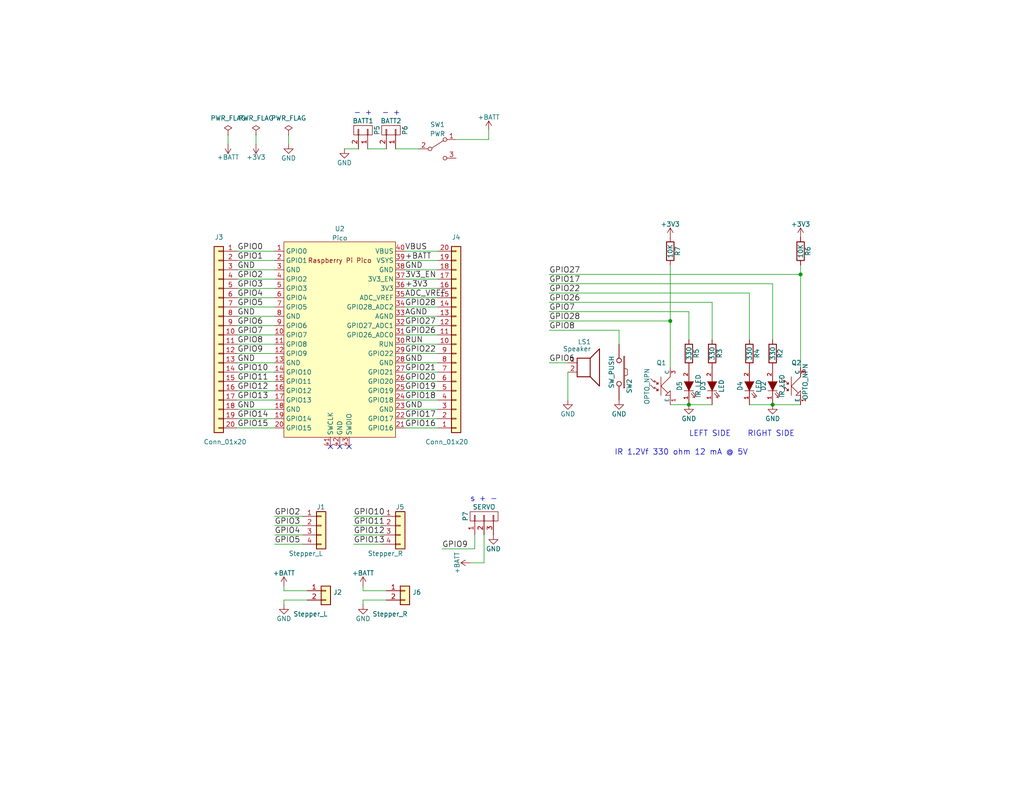
<source format=kicad_sch>
(kicad_sch (version 20211123) (generator eeschema)
  (paper "USLetter")
  (title_block (title "Rpi Pico Robot Base") (date "2023-06-18") (rev "0.0") (company "www.MakersBox.us") (comment 1 "K. Olsen"))
  (lib_symbols
    (symbol "Connector_Generic:Conn_01x02" (pin_names (offset 1.016) hide)
      (property "Reference" "J" (at 0 2.54 0))
      (property "Value" "Conn_01x02" (at 0 -5.08 0))
      (symbol "Conn_01x02_1_1"
        (rectangle (start -1.27 -2.413) (end 0 -2.667) (stroke (width 0.1524)))
        (rectangle (start -1.27 0.127) (end 0 -0.127) (stroke (width 0.1524)))
        (rectangle (start -1.27 1.27) (end 1.27 -3.81) (stroke (width 0.254)) (fill (type background)))
        (pin passive line (at -5.08 0 0) (length 3.81) (name "Pin_1") (number "1"))
        (pin passive line (at -5.08 -2.54 0) (length 3.81) (name "Pin_2") (number "2"))
      )
    )
    (symbol "Connector_Generic:Conn_01x04" (pin_names (offset 1.016) hide)
      (property "Reference" "J" (at 0 5.08 0))
      (property "Value" "Conn_01x04" (at 0 -7.62 0))
      (symbol "Conn_01x04_1_1"
        (rectangle (start -1.27 -4.953) (end 0 -5.207) (stroke (width 0.1524)))
        (rectangle (start -1.27 -2.413) (end 0 -2.667) (stroke (width 0.1524)))
        (rectangle (start -1.27 0.127) (end 0 -0.127) (stroke (width 0.1524)))
        (rectangle (start -1.27 2.667) (end 0 2.413) (stroke (width 0.1524)))
        (rectangle (start -1.27 3.81) (end 1.27 -6.35) (stroke (width 0.254)) (fill (type background)))
        (pin passive line (at -5.08 2.54 0) (length 3.81) (name "Pin_1") (number "1"))
        (pin passive line (at -5.08 0 0) (length 3.81) (name "Pin_2") (number "2"))
        (pin passive line (at -5.08 -2.54 0) (length 3.81) (name "Pin_3") (number "3"))
        (pin passive line (at -5.08 -5.08 0) (length 3.81) (name "Pin_4") (number "4"))
      )
    )
    (symbol "Connector_Generic:Conn_01x20" (pin_names (offset 1.016) hide)
      (property "Reference" "J" (at 0 25.4 0))
      (property "Value" "Conn_01x20" (at 0 -27.94 0))
      (symbol "Conn_01x20_1_1"
        (rectangle (start -1.27 -25.273) (end 0 -25.527) (stroke (width 0.1524)))
        (rectangle (start -1.27 -22.733) (end 0 -22.987) (stroke (width 0.1524)))
        (rectangle (start -1.27 -20.193) (end 0 -20.447) (stroke (width 0.1524)))
        (rectangle (start -1.27 -17.653) (end 0 -17.907) (stroke (width 0.1524)))
        (rectangle (start -1.27 -15.113) (end 0 -15.367) (stroke (width 0.1524)))
        (rectangle (start -1.27 -12.573) (end 0 -12.827) (stroke (width 0.1524)))
        (rectangle (start -1.27 -10.033) (end 0 -10.287) (stroke (width 0.1524)))
        (rectangle (start -1.27 -7.493) (end 0 -7.747) (stroke (width 0.1524)))
        (rectangle (start -1.27 -4.953) (end 0 -5.207) (stroke (width 0.1524)))
        (rectangle (start -1.27 -2.413) (end 0 -2.667) (stroke (width 0.1524)))
        (rectangle (start -1.27 0.127) (end 0 -0.127) (stroke (width 0.1524)))
        (rectangle (start -1.27 2.667) (end 0 2.413) (stroke (width 0.1524)))
        (rectangle (start -1.27 5.207) (end 0 4.953) (stroke (width 0.1524)))
        (rectangle (start -1.27 7.747) (end 0 7.493) (stroke (width 0.1524)))
        (rectangle (start -1.27 10.287) (end 0 10.033) (stroke (width 0.1524)))
        (rectangle (start -1.27 12.827) (end 0 12.573) (stroke (width 0.1524)))
        (rectangle (start -1.27 15.367) (end 0 15.113) (stroke (width 0.1524)))
        (rectangle (start -1.27 17.907) (end 0 17.653) (stroke (width 0.1524)))
        (rectangle (start -1.27 20.447) (end 0 20.193) (stroke (width 0.1524)))
        (rectangle (start -1.27 22.987) (end 0 22.733) (stroke (width 0.1524)))
        (rectangle (start -1.27 24.13) (end 1.27 -26.67) (stroke (width 0.254)) (fill (type background)))
        (pin passive line (at -5.08 22.86 0) (length 3.81) (name "Pin_1") (number "1"))
        (pin passive line (at -5.08 0 0) (length 3.81) (name "Pin_10") (number "10"))
        (pin passive line (at -5.08 -2.54 0) (length 3.81) (name "Pin_11") (number "11"))
        (pin passive line (at -5.08 -5.08 0) (length 3.81) (name "Pin_12") (number "12"))
        (pin passive line (at -5.08 -7.62 0) (length 3.81) (name "Pin_13") (number "13"))
        (pin passive line (at -5.08 -10.16 0) (length 3.81) (name "Pin_14") (number "14"))
        (pin passive line (at -5.08 -12.7 0) (length 3.81) (name "Pin_15") (number "15"))
        (pin passive line (at -5.08 -15.24 0) (length 3.81) (name "Pin_16") (number "16"))
        (pin passive line (at -5.08 -17.78 0) (length 3.81) (name "Pin_17") (number "17"))
        (pin passive line (at -5.08 -20.32 0) (length 3.81) (name "Pin_18") (number "18"))
        (pin passive line (at -5.08 -22.86 0) (length 3.81) (name "Pin_19") (number "19"))
        (pin passive line (at -5.08 20.32 0) (length 3.81) (name "Pin_2") (number "2"))
        (pin passive line (at -5.08 -25.4 0) (length 3.81) (name "Pin_20") (number "20"))
        (pin passive line (at -5.08 17.78 0) (length 3.81) (name "Pin_3") (number "3"))
        (pin passive line (at -5.08 15.24 0) (length 3.81) (name "Pin_4") (number "4"))
        (pin passive line (at -5.08 12.7 0) (length 3.81) (name "Pin_5") (number "5"))
        (pin passive line (at -5.08 10.16 0) (length 3.81) (name "Pin_6") (number "6"))
        (pin passive line (at -5.08 7.62 0) (length 3.81) (name "Pin_7") (number "7"))
        (pin passive line (at -5.08 5.08 0) (length 3.81) (name "Pin_8") (number "8"))
        (pin passive line (at -5.08 2.54 0) (length 3.81) (name "Pin_9") (number "9"))
      )
    )
    (symbol "MCU_RaspberryPi_and_Boards:Pico"
      (property "Reference" "U" (at -13.97 27.94 0))
      (property "Value" "Pico" (at 0 19.05 0))
      (symbol "Pico_0_0"
        (text "Raspberry Pi Pico" (at 0 21.59 0) (effects (font (size 1.27 1.27))))
      )
      (symbol "Pico_0_1"
        (rectangle (start -15.24 26.67) (end 15.24 -26.67) (fill (type background)))
      )
      (symbol "Pico_1_1"
        (pin bidirectional line (at -17.78 24.13 0) (length 2.54) (name "GPIO0") (number "1"))
        (pin bidirectional line (at -17.78 1.27 0) (length 2.54) (name "GPIO7") (number "10"))
        (pin bidirectional line (at -17.78 -1.27 0) (length 2.54) (name "GPIO8") (number "11"))
        (pin bidirectional line (at -17.78 -3.81 0) (length 2.54) (name "GPIO9") (number "12"))
        (pin power_in line (at -17.78 -6.35 0) (length 2.54) (name "GND") (number "13"))
        (pin bidirectional line (at -17.78 -8.89 0) (length 2.54) (name "GPIO10") (number "14"))
        (pin bidirectional line (at -17.78 -11.43 0) (length 2.54) (name "GPIO11") (number "15"))
        (pin bidirectional line (at -17.78 -13.97 0) (length 2.54) (name "GPIO12") (number "16"))
        (pin bidirectional line (at -17.78 -16.51 0) (length 2.54) (name "GPIO13") (number "17"))
        (pin power_in line (at -17.78 -19.05 0) (length 2.54) (name "GND") (number "18"))
        (pin bidirectional line (at -17.78 -21.59 0) (length 2.54) (name "GPIO14") (number "19"))
        (pin bidirectional line (at -17.78 21.59 0) (length 2.54) (name "GPIO1") (number "2"))
        (pin bidirectional line (at -17.78 -24.13 0) (length 2.54) (name "GPIO15") (number "20"))
        (pin bidirectional line (at 17.78 -24.13 180) (length 2.54) (name "GPIO16") (number "21"))
        (pin bidirectional line (at 17.78 -21.59 180) (length 2.54) (name "GPIO17") (number "22"))
        (pin power_in line (at 17.78 -19.05 180) (length 2.54) (name "GND") (number "23"))
        (pin bidirectional line (at 17.78 -16.51 180) (length 2.54) (name "GPIO18") (number "24"))
        (pin bidirectional line (at 17.78 -13.97 180) (length 2.54) (name "GPIO19") (number "25"))
        (pin bidirectional line (at 17.78 -11.43 180) (length 2.54) (name "GPIO20") (number "26"))
        (pin bidirectional line (at 17.78 -8.89 180) (length 2.54) (name "GPIO21") (number "27"))
        (pin power_in line (at 17.78 -6.35 180) (length 2.54) (name "GND") (number "28"))
        (pin bidirectional line (at 17.78 -3.81 180) (length 2.54) (name "GPIO22") (number "29"))
        (pin power_in line (at -17.78 19.05 0) (length 2.54) (name "GND") (number "3"))
        (pin input line (at 17.78 -1.27 180) (length 2.54) (name "RUN") (number "30"))
        (pin bidirectional line (at 17.78 1.27 180) (length 2.54) (name "GPIO26_ADC0") (number "31"))
        (pin bidirectional line (at 17.78 3.81 180) (length 2.54) (name "GPIO27_ADC1") (number "32"))
        (pin power_in line (at 17.78 6.35 180) (length 2.54) (name "AGND") (number "33"))
        (pin bidirectional line (at 17.78 8.89 180) (length 2.54) (name "GPIO28_ADC2") (number "34"))
        (pin power_in line (at 17.78 11.43 180) (length 2.54) (name "ADC_VREF") (number "35"))
        (pin power_in line (at 17.78 13.97 180) (length 2.54) (name "3V3") (number "36"))
        (pin input line (at 17.78 16.51 180) (length 2.54) (name "3V3_EN") (number "37"))
        (pin bidirectional line (at 17.78 19.05 180) (length 2.54) (name "GND") (number "38"))
        (pin power_in line (at 17.78 21.59 180) (length 2.54) (name "VSYS") (number "39"))
        (pin bidirectional line (at -17.78 16.51 0) (length 2.54) (name "GPIO2") (number "4"))
        (pin power_in line (at 17.78 24.13 180) (length 2.54) (name "VBUS") (number "40"))
        (pin input line (at -2.54 -29.21 90) (length 2.54) (name "SWCLK") (number "41"))
        (pin power_in line (at 0 -29.21 90) (length 2.54) (name "GND") (number "42"))
        (pin bidirectional line (at 2.54 -29.21 90) (length 2.54) (name "SWDIO") (number "43"))
        (pin bidirectional line (at -17.78 13.97 0) (length 2.54) (name "GPIO3") (number "5"))
        (pin bidirectional line (at -17.78 11.43 0) (length 2.54) (name "GPIO4") (number "6"))
        (pin bidirectional line (at -17.78 8.89 0) (length 2.54) (name "GPIO5") (number "7"))
        (pin power_in line (at -17.78 6.35 0) (length 2.54) (name "GND") (number "8"))
        (pin bidirectional line (at -17.78 3.81 0) (length 2.54) (name "GPIO6") (number "9"))
      )
    )
    (symbol "Switch:SW_SPDT" (pin_names (offset 0) hide)
      (property "Reference" "SW" (at 0 4.318 0))
      (property "Value" "SW_SPDT" (at 0 -5.08 0))
      (symbol "SW_SPDT_0_0"
        (circle (center -2.032 0) (radius 0.508))
        (circle (center 2.032 -2.54) (radius 0.508))
      )
      (symbol "SW_SPDT_0_1"
        (polyline (pts (xy -1.524 0.254) (xy 1.651 2.286)))
        (circle (center 2.032 2.54) (radius 0.508))
      )
      (symbol "SW_SPDT_1_1"
        (pin passive line (at 5.08 2.54 180) (length 2.54) (name "A") (number "1"))
        (pin passive line (at -5.08 0 0) (length 2.54) (name "B") (number "2"))
        (pin passive line (at 5.08 -2.54 180) (length 2.54) (name "C") (number "3"))
      )
    )
    (symbol "project:+3.3V" (power) (pin_names (offset 0))
      (property "Value" "+3.3V" (at 0 3.556 0))
      (symbol "+3.3V_0_1"
        (polyline (pts (xy -0.762 1.27) (xy 0 2.54)))
        (polyline (pts (xy 0 0) (xy 0 2.54)))
        (polyline (pts (xy 0 2.54) (xy 0.762 1.27)))
      )
      (symbol "+3.3V_1_1"
        (pin power_in line (at 0 0 90) (length 0) hide (name "+3V3") (number "1"))
      )
    )
    (symbol "project:Device_R" (pin_numbers hide) (pin_names (offset 0))
      (property "Reference" "R" (at 2.032 0 90))
      (property "Value" "Device_R" (at 0 0 90))
      (symbol "Device_R_0_1"
        (rectangle (start -1.016 -2.54) (end 1.016 2.54) (stroke (width 0.254)))
      )
      (symbol "Device_R_1_1"
        (pin passive line (at 0 3.81 270) (length 1.27) (name "~") (number "1"))
        (pin passive line (at 0 -3.81 90) (length 1.27) (name "~") (number "2"))
      )
    )
    (symbol "project:Device_Speaker" (pin_names (offset 0) hide)
      (property "Reference" "LS" (at 1.27 5.715 0))
      (property "Value" "Device_Speaker" (at 1.27 3.81 0))
      (symbol "Device_Speaker_0_0"
        (rectangle (start -2.54 1.27) (end 1.016 -3.81) (stroke (width 0.254)))
        (polyline (pts (xy 1.016 1.27) (xy 3.556 3.81) (xy 3.556 -6.35) (xy 1.016 -3.81)) (stroke (width 0.254)))
      )
      (symbol "Device_Speaker_1_1"
        (pin input line (at -5.08 0 0) (length 2.54) (name "1") (number "1"))
        (pin input line (at -5.08 -2.54 0) (length 2.54) (name "2") (number "2"))
      )
    )
    (symbol "project:base-rescue_CONN_01X02" (pin_names (offset 1.016) hide)
      (property "Reference" "J" (at 0 3.81 0))
      (property "Value" "base-rescue_CONN_01X02" (at 2.54 0 90))
      (symbol "base-rescue_CONN_01X02_0_1"
        (rectangle (start -1.27 -1.143) (end 0.254 -1.397))
        (rectangle (start -1.27 1.397) (end 0.254 1.143))
        (rectangle (start -1.27 2.54) (end 1.27 -2.54))
      )
      (symbol "base-rescue_CONN_01X02_1_1"
        (pin passive line (at -5.08 1.27 0) (length 3.81) (name "P1") (number "1"))
        (pin passive line (at -5.08 -1.27 0) (length 3.81) (name "P2") (number "2"))
      )
    )
    (symbol "project:base-rescue_CONN_01X03" (pin_names (offset 1.016) hide)
      (property "Reference" "J" (at 0 5.08 0))
      (property "Value" "base-rescue_CONN_01X03" (at 2.54 0 90))
      (symbol "base-rescue_CONN_01X03_0_1"
        (rectangle (start -1.27 -2.413) (end 0.254 -2.667))
        (rectangle (start -1.27 0.127) (end 0.254 -0.127))
        (rectangle (start -1.27 2.667) (end 0.254 2.413))
        (rectangle (start -1.27 3.81) (end 1.27 -3.81))
      )
      (symbol "base-rescue_CONN_01X03_1_1"
        (pin passive line (at -5.08 2.54 0) (length 3.81) (name "P1") (number "1"))
        (pin passive line (at -5.08 0 0) (length 3.81) (name "P2") (number "2"))
        (pin passive line (at -5.08 -2.54 0) (length 3.81) (name "P3") (number "3"))
      )
    )
    (symbol "project:base-rescue_LED-RESCUE-base" (pin_names (offset 1.016) hide)
      (property "Reference" "D" (at 0 2.54 0))
      (property "Value" "base-rescue_LED-RESCUE-base" (at 0 -2.54 0))
      (symbol "base-rescue_LED-RESCUE-base_0_1"
        (polyline (pts (xy -1.27 1.27) (xy -1.27 -1.27)))
        (polyline (pts (xy -2.032 -0.635) (xy -3.175 -1.651) (xy -3.048 -1.016)))
        (polyline (pts (xy -1.651 -1.016) (xy -2.794 -2.032) (xy -2.667 -1.397)))
        (polyline (pts (xy 1.27 1.27) (xy -1.27 0) (xy 1.27 -1.27)) (fill (type outline)))
      )
      (symbol "base-rescue_LED-RESCUE-base_1_1"
        (pin passive line (at -5.08 0 0) (length 3.81) (name "K") (number "1"))
        (pin passive line (at 5.08 0 180) (length 3.81) (name "A") (number "2"))
      )
    )
    (symbol "project:base-rescue_OPTO_NPN" (pin_names (offset 0))
      (property "Reference" "Q" (at 3.81 1.27 0))
      (property "Value" "base-rescue_OPTO_NPN" (at 3.81 -2.54 0))
      (symbol "base-rescue_OPTO_NPN_0_1"
        (polyline (pts (xy 0 0) (xy 1.905 -1.905)))
        (polyline (pts (xy 0 0) (xy 2.54 2.54)))
        (polyline (pts (xy 0 2.54) (xy 0 -2.54)))
        (polyline (pts (xy -0.762 -1.27) (xy -0.762 -0.762) (xy -1.27 -1.27) (xy -0.762 -1.27) (xy -0.762 -1.27)))
        (polyline (pts (xy 1.27 -2.54) (xy 2.54 -2.54) (xy 2.54 -1.27) (xy 1.27 -2.54) (xy 1.27 -2.54)))
        (polyline (pts (xy -2.794 0.254) (xy -1.778 -0.762) (xy -1.778 -0.254) (xy -0.762 -1.27) (xy -0.762 -1.27) (xy -0.762 -1.27)))
        (polyline (pts (xy -2.794 2.032) (xy -1.778 1.016) (xy -1.778 1.524) (xy -0.762 0.508) (xy -0.762 0.508) (xy -0.762 0.508)))
        (polyline (pts (xy -0.762 0.508) (xy -0.762 1.016) (xy -1.27 0.508) (xy -0.762 0.508) (xy -0.762 0.508) (xy -0.762 0.508)))
      )
      (symbol "base-rescue_OPTO_NPN_1_1"
        (pin passive line (at 2.54 -5.08 90) (length 2.54) (name "E") (number "1"))
        (pin passive line (at 2.54 5.08 270) (length 2.54) (name "C") (number "3"))
      )
    )
    (symbol "project:base-rescue_SW_PUSH" (pin_numbers hide) (pin_names (offset 1.016) hide)
      (property "Reference" "SW" (at 3.81 2.794 0))
      (property "Value" "base-rescue_SW_PUSH" (at 0 -2.032 0))
      (symbol "base-rescue_SW_PUSH_0_1"
        (rectangle (start -4.318 1.27) (end 4.318 1.524))
        (polyline (pts (xy -1.016 1.524) (xy -0.762 2.286) (xy 0.762 2.286) (xy 1.016 1.524)))
        (pin passive inverted (at -7.62 0 0) (length 5.08) (name "1") (number "1"))
        (pin passive inverted (at 7.62 0 180) (length 5.08) (name "2") (number "2"))
      )
    )
    (symbol "project:power_+BATT" (power) (pin_names (offset 0))
      (property "Value" "power_+BATT" (at 0 3.556 0))
      (symbol "power_+BATT_0_1"
        (polyline (pts (xy -0.762 1.27) (xy 0 2.54)))
        (polyline (pts (xy 0 0) (xy 0 2.54)))
        (polyline (pts (xy 0 2.54) (xy 0.762 1.27)))
      )
      (symbol "power_+BATT_1_1"
        (pin power_in line (at 0 0 90) (length 0) hide (name "+BATT") (number "1"))
      )
    )
    (symbol "project:power_GND" (power) (pin_names (offset 0))
      (property "Value" "power_GND" (at 0 -3.81 0))
      (symbol "power_GND_0_1"
        (polyline (pts (xy 0 0) (xy 0 -1.27) (xy 1.27 -1.27) (xy 0 -2.54) (xy -1.27 -1.27) (xy 0 -1.27)))
      )
      (symbol "power_GND_1_1"
        (pin power_in line (at 0 0 270) (length 0) hide (name "GND") (number "1"))
      )
    )
    (symbol "project:power_PWR_FLAG" (power) (pin_numbers hide) (pin_names (offset 0) hide)
      (property "Value" "power_PWR_FLAG" (at 0 3.81 0))
      (symbol "power_PWR_FLAG_0_0"
        (pin power_out line (at 0 0 90) (length 0) (name "pwr") (number "1"))
      )
      (symbol "power_PWR_FLAG_0_1"
        (polyline (pts (xy 0 0) (xy 0 1.27) (xy -1.016 1.905) (xy 0 2.54) (xy 1.016 1.905) (xy 0 1.27)))
      )
    )
  )
  (junction (at 210.82 110.49))
  (junction (at 187.96 110.49))
  (junction (at 182.88 87.63))
  (junction (at 218.44 74.93))
  (no_connect (at 95.25 121.92))
  (no_connect (at 90.17 121.92))
  (no_connect (at 92.71 121.92))
  (wire (pts (xy 93.98 40.64) (xy 97.79 40.64)))
  (wire (pts (xy 154.94 99.06) (xy 149.86 99.06)))
  (wire (pts (xy 110.49 78.74) (xy 119.38 78.74)))
  (wire (pts (xy 64.77 104.14) (xy 74.93 104.14)))
  (wire (pts (xy 110.49 101.6) (xy 119.38 101.6)))
  (wire (pts (xy 128.27 153.67) (xy 132.08 153.67)))
  (wire (pts (xy 110.49 73.66) (xy 119.38 73.66)))
  (wire (pts (xy 210.82 110.49) (xy 218.44 110.49)))
  (wire (pts (xy 110.49 68.58) (xy 119.38 68.58)))
  (wire (pts (xy 64.77 78.74) (xy 74.93 78.74)))
  (wire (pts (xy 77.47 163.83) (xy 83.82 163.83)))
  (wire (pts (xy 64.77 93.98) (xy 74.93 93.98)))
  (wire (pts (xy 110.49 91.44) (xy 119.38 91.44)))
  (wire (pts (xy 99.06 163.83) (xy 99.06 165.1)))
  (wire (pts (xy 74.93 140.97) (xy 82.55 140.97)))
  (wire (pts (xy 110.49 76.2) (xy 119.38 76.2)))
  (wire (pts (xy 110.49 71.12) (xy 119.38 71.12)))
  (wire (pts (xy 69.85 36.83) (xy 69.85 39.37)))
  (wire (pts (xy 204.47 80.01) (xy 149.86 80.01)))
  (wire (pts (xy 218.44 72.39) (xy 218.44 74.93)))
  (wire (pts (xy 77.47 160.02) (xy 77.47 161.29)))
  (wire (pts (xy 64.77 106.68) (xy 74.93 106.68)))
  (wire (pts (xy 64.77 86.36) (xy 74.93 86.36)))
  (wire (pts (xy 132.08 146.05) (xy 132.08 153.67)))
  (wire (pts (xy 64.77 91.44) (xy 74.93 91.44)))
  (wire (pts (xy 187.96 85.09) (xy 187.96 92.71)))
  (wire (pts (xy 182.88 110.49) (xy 187.96 110.49)))
  (wire (pts (xy 149.86 82.55) (xy 194.31 82.55)))
  (wire (pts (xy 168.91 90.17) (xy 168.91 93.98)))
  (wire (pts (xy 218.44 74.93) (xy 218.44 100.33)))
  (wire (pts (xy 110.49 111.76) (xy 119.38 111.76)))
  (wire (pts (xy 110.49 83.82) (xy 119.38 83.82)))
  (wire (pts (xy 124.46 38.1) (xy 133.35 38.1)))
  (wire (pts (xy 110.49 106.68) (xy 119.38 106.68)))
  (wire (pts (xy 194.31 82.55) (xy 194.31 92.71)))
  (wire (pts (xy 110.49 93.98) (xy 119.38 93.98)))
  (wire (pts (xy 110.49 109.22) (xy 119.38 109.22)))
  (wire (pts (xy 110.49 104.14) (xy 119.38 104.14)))
  (wire (pts (xy 110.49 99.06) (xy 119.38 99.06)))
  (wire (pts (xy 182.88 87.63) (xy 182.88 100.33)))
  (wire (pts (xy 96.52 148.59) (xy 104.14 148.59)))
  (wire (pts (xy 110.49 86.36) (xy 119.38 86.36)))
  (wire (pts (xy 129.54 149.86) (xy 129.54 146.05)))
  (wire (pts (xy 64.77 109.22) (xy 74.93 109.22)))
  (wire (pts (xy 204.47 110.49) (xy 210.82 110.49)))
  (wire (pts (xy 64.77 71.12) (xy 74.93 71.12)))
  (wire (pts (xy 64.77 83.82) (xy 74.93 83.82)))
  (wire (pts (xy 64.77 88.9) (xy 74.93 88.9)))
  (wire (pts (xy 64.77 114.3) (xy 74.93 114.3)))
  (wire (pts (xy 64.77 111.76) (xy 74.93 111.76)))
  (wire (pts (xy 74.93 143.51) (xy 82.55 143.51)))
  (wire (pts (xy 74.93 148.59) (xy 82.55 148.59)))
  (wire (pts (xy 182.88 72.39) (xy 182.88 87.63)))
  (wire (pts (xy 210.82 77.47) (xy 210.82 92.71)))
  (wire (pts (xy 78.74 36.83) (xy 78.74 39.37)))
  (wire (pts (xy 99.06 161.29) (xy 105.41 161.29)))
  (wire (pts (xy 120.65 149.86) (xy 129.54 149.86)))
  (wire (pts (xy 64.77 76.2) (xy 74.93 76.2)))
  (wire (pts (xy 77.47 163.83) (xy 77.47 165.1)))
  (wire (pts (xy 149.86 74.93) (xy 218.44 74.93)))
  (wire (pts (xy 110.49 88.9) (xy 119.38 88.9)))
  (wire (pts (xy 110.49 114.3) (xy 119.38 114.3)))
  (wire (pts (xy 62.23 36.83) (xy 62.23 39.37)))
  (wire (pts (xy 133.35 35.56) (xy 133.35 38.1)))
  (wire (pts (xy 110.49 116.84) (xy 119.38 116.84)))
  (wire (pts (xy 154.94 101.6) (xy 154.94 109.22)))
  (wire (pts (xy 149.86 87.63) (xy 182.88 87.63)))
  (wire (pts (xy 110.49 96.52) (xy 119.38 96.52)))
  (wire (pts (xy 74.93 146.05) (xy 82.55 146.05)))
  (wire (pts (xy 99.06 160.02) (xy 99.06 161.29)))
  (wire (pts (xy 149.86 77.47) (xy 210.82 77.47)))
  (wire (pts (xy 96.52 140.97) (xy 104.14 140.97)))
  (wire (pts (xy 149.86 85.09) (xy 187.96 85.09)))
  (wire (pts (xy 107.95 40.64) (xy 114.3 40.64)))
  (wire (pts (xy 110.49 81.28) (xy 119.38 81.28)))
  (wire (pts (xy 64.77 96.52) (xy 74.93 96.52)))
  (wire (pts (xy 64.77 68.58) (xy 74.93 68.58)))
  (wire (pts (xy 204.47 80.01) (xy 204.47 92.71)))
  (wire (pts (xy 168.91 90.17) (xy 149.86 90.17)))
  (wire (pts (xy 77.47 161.29) (xy 83.82 161.29)))
  (wire (pts (xy 64.77 81.28) (xy 74.93 81.28)))
  (wire (pts (xy 187.96 110.49) (xy 194.31 110.49)))
  (wire (pts (xy 64.77 101.6) (xy 74.93 101.6)))
  (wire (pts (xy 64.77 116.84) (xy 74.93 116.84)))
  (wire (pts (xy 64.77 73.66) (xy 74.93 73.66)))
  (wire (pts (xy 100.33 40.64) (xy 105.41 40.64)))
  (wire (pts (xy 99.06 163.83) (xy 105.41 163.83)))
  (wire (pts (xy 96.52 143.51) (xy 104.14 143.51)))
  (wire (pts (xy 96.52 146.05) (xy 104.14 146.05)))
  (wire (pts (xy 64.77 99.06) (xy 74.93 99.06)))
  (text "IR 1.2Vf 330 ohm 12 mA @ 5V" (at 167.64 124.46 0) (effects (font (size 1.524 1.524)) (justify left bottom)))
  (text "LEFT SIDE    RIGHT SIDE" (at 187.96 119.38 0) (effects (font (size 1.524 1.524)) (justify left bottom)))
  (text "- +" (at 104.14 31.75 0) (effects (font (size 1.524 1.524)) (justify left bottom)))
  (text "s + -" (at 128.27 137.16 0) (effects (font (size 1.524 1.524)) (justify left bottom)))
  (text "- +" (at 101.6 31.75 180) (effects (font (size 1.524 1.524)) (justify right bottom)))
  (label "GPIO12" (at 64.77 106.68 0) (effects (font (size 1.524 1.524))))
  (label "GPIO4" (at 74.93 146.05 0) (effects (font (size 1.524 1.524))))
  (label "GND" (at 64.77 111.76 0) (effects (font (size 1.524 1.524))))
  (label "GPIO11" (at 96.52 143.51 0) (effects (font (size 1.524 1.524))))
  (label "GPIO0" (at 64.77 68.58 0) (effects (font (size 1.524 1.524))))
  (label "GPIO2" (at 64.77 76.2 0) (effects (font (size 1.524 1.524))))
  (label "RUN" (at 110.49 93.98 0) (effects (font (size 1.524 1.524))))
  (label "GPIO28" (at 110.49 83.82 0) (effects (font (size 1.524 1.524))))
  (label "GPIO5" (at 64.77 83.82 0) (effects (font (size 1.524 1.524))))
  (label "GPIO9" (at 64.77 96.52 0) (effects (font (size 1.524 1.524))))
  (label "GPIO2" (at 74.93 140.97 0) (effects (font (size 1.524 1.524))))
  (label "VBUS" (at 110.49 68.58 0) (effects (font (size 1.524 1.524))))
  (label "GPIO17" (at 110.49 114.3 0) (effects (font (size 1.524 1.524))))
  (label "AGND" (at 110.49 86.36 0) (effects (font (size 1.524 1.524))))
  (label "GND" (at 64.77 99.06 0) (effects (font (size 1.524 1.524))))
  (label "GPIO10" (at 64.77 101.6 0) (effects (font (size 1.524 1.524))))
  (label "GND" (at 64.77 86.36 0) (effects (font (size 1.524 1.524))))
  (label "GPIO14" (at 64.77 114.3 0) (effects (font (size 1.524 1.524))))
  (label "GPIO1" (at 64.77 71.12 0) (effects (font (size 1.524 1.524))))
  (label "GPIO22" (at 149.86 80.01 0) (effects (font (size 1.524 1.524))))
  (label "GND" (at 64.77 73.66 0) (effects (font (size 1.524 1.524))))
  (label "GPIO27" (at 149.86 74.93 0) (effects (font (size 1.524 1.524))))
  (label "+3V3" (at 110.49 78.74 0) (effects (font (size 1.524 1.524))))
  (label "GPIO26" (at 110.49 91.44 0) (effects (font (size 1.524 1.524))))
  (label "GND" (at 110.49 99.06 0) (effects (font (size 1.524 1.524))))
  (label "GPIO5" (at 74.93 148.59 0) (effects (font (size 1.524 1.524))))
  (label "GPIO4" (at 64.77 81.28 0) (effects (font (size 1.524 1.524))))
  (label "GPIO13" (at 96.52 148.59 0) (effects (font (size 1.524 1.524))))
  (label "ADC_VREF" (at 110.49 81.28 0) (effects (font (size 1.524 1.524))))
  (label "GND" (at 110.49 111.76 0) (effects (font (size 1.524 1.524))))
  (label "GPIO9" (at 120.65 149.86 0) (effects (font (size 1.524 1.524))))
  (label "+BATT" (at 110.49 71.12 0) (effects (font (size 1.524 1.524))))
  (label "GPIO3" (at 64.77 78.74 0) (effects (font (size 1.524 1.524))))
  (label "GPIO7" (at 149.86 85.09 0) (effects (font (size 1.524 1.524))))
  (label "GPIO11" (at 64.77 104.14 0) (effects (font (size 1.524 1.524))))
  (label "GPIO21" (at 110.49 101.6 0) (effects (font (size 1.524 1.524))))
  (label "GPIO7" (at 64.77 91.44 0) (effects (font (size 1.524 1.524))))
  (label "GPIO18" (at 110.49 109.22 0) (effects (font (size 1.524 1.524))))
  (label "GPIO10" (at 96.52 140.97 0) (effects (font (size 1.524 1.524))))
  (label "GPIO28" (at 149.86 87.63 0) (effects (font (size 1.524 1.524))))
  (label "GPIO26" (at 149.86 82.55 0) (effects (font (size 1.524 1.524))))
  (label "3V3_EN" (at 110.49 76.2 0) (effects (font (size 1.524 1.524))))
  (label "GPIO8" (at 64.77 93.98 0) (effects (font (size 1.524 1.524))))
  (label "GPIO6" (at 149.86 99.06 0) (effects (font (size 1.524 1.524))))
  (label "GPIO27" (at 110.49 88.9 0) (effects (font (size 1.524 1.524))))
  (label "GPIO16" (at 110.49 116.84 0) (effects (font (size 1.524 1.524))))
  (label "GPIO19" (at 110.49 106.68 0) (effects (font (size 1.524 1.524))))
  (label "GPIO20" (at 110.49 104.14 0) (effects (font (size 1.524 1.524))))
  (label "GPIO13" (at 64.77 109.22 0) (effects (font (size 1.524 1.524))))
  (label "GPIO12" (at 96.52 146.05 0) (effects (font (size 1.524 1.524))))
  (label "GPIO17" (at 149.86 77.47 0) (effects (font (size 1.524 1.524))))
  (label "GPIO3" (at 74.93 143.51 0) (effects (font (size 1.524 1.524))))
  (label "GND" (at 110.49 73.66 0) (effects (font (size 1.524 1.524))))
  (label "GPIO6" (at 64.77 88.9 0) (effects (font (size 1.524 1.524))))
  (label "GPIO8" (at 149.86 90.17 0) (effects (font (size 1.524 1.524))))
  (label "GPIO15" (at 64.77 116.84 0) (effects (font (size 1.524 1.524))))
  (label "GPIO22" (at 110.49 96.52 0) (effects (font (size 1.524 1.524))))
  (symbol (lib_id "project:power_PWR_FLAG") (at 62.23 36.83 0) (unit 1)
    (property "Reference" "#FLG01" (effects hide))
    (property "Value" "PWR_FLAG" (at 62.23 32.258 0))
  )
  (symbol (lib_id "project:power_PWR_FLAG") (at 78.74 36.83 0) (unit 1)
    (property "Reference" "#FLG02" (effects hide))
    (property "Value" "PWR_FLAG" (at 78.74 32.258 0))
  )
  (symbol (lib_id "project:power_GND") (at 78.74 39.37 0) (unit 1)
    (property "Reference" "#PWR03" (effects hide))
    (property "Value" "GND" (at 78.74 43.18 0))
  )
  (symbol (lib_id "project:power_+BATT") (at 62.23 39.37 180) (unit 1)
    (property "Reference" "#PWR04" (effects hide))
    (property "Value" "+BATT" (at 62.23 42.926 0))
  )
  (symbol (lib_id "project:base-rescue_CONN_01X02") (at 99.06 35.56 270) (mirror x) (unit 1)
    (property "Reference" "P5" (at 102.87 35.56 0))
    (property "Value" "BATT1" (at 99.06 33.02 90))
    (property "Footprint" "footprints:TerminalBlock_Pheonix_PT-3.5mm_2pol" (effects hide))
  )
  (symbol (lib_id "project:base-rescue_CONN_01X02") (at 106.68 35.56 270) (mirror x) (unit 1)
    (property "Reference" "P6" (at 110.49 35.56 0))
    (property "Value" "BATT2" (at 106.68 33.02 90))
    (property "Footprint" "footprints:TerminalBlock_Pheonix_PT-3.5mm_2pol" (effects hide))
  )
  (symbol (lib_id "project:base-rescue_CONN_01X03") (at 132.08 140.97 90) (unit 1)
    (property "Reference" "P7" (at 127 140.97 0))
    (property "Value" "SERVO" (at 132.08 138.43 90))
    (property "Footprint" "footprints:Pin_Header_Straight_1x03" (effects hide))
  )
  (symbol (lib_id "project:power_GND") (at 134.62 146.05 0) (unit 1)
    (property "Reference" "#PWR06" (effects hide))
    (property "Value" "GND" (at 134.62 149.86 0))
  )
  (symbol (lib_id "project:power_GND") (at 168.91 109.22 0) (unit 1)
    (property "Reference" "#PWR08" (effects hide))
    (property "Value" "GND" (at 168.91 113.03 0))
  )
  (symbol (lib_id "project:power_GND") (at 93.98 40.64 0) (unit 1)
    (property "Reference" "#PWR09" (effects hide))
    (property "Value" "GND" (at 93.98 44.45 0))
  )
  (symbol (lib_id "project:base-rescue_OPTO_NPN") (at 180.34 105.41 0) (unit 1)
    (property "Reference" "Q1" (at 179.07 99.06 0) (effects (justify left)))
    (property "Value" "OPTO_NPN" (at 176.53 110.49 90) (effects (justify left)))
    (property "Footprint" "footprints:PHOTOTRANS-RA" (effects hide))
  )
  (symbol (lib_id "project:base-rescue_OPTO_NPN") (at 215.9 105.41 0) (unit 1)
    (property "Reference" "Q2" (at 215.9 99.06 0) (effects (justify left)))
    (property "Value" "OPTO_NPN" (at 219.71 109.22 90) (effects (justify left)))
    (property "Footprint" "footprints:PHOTOTRANS-RA" (effects hide))
  )
  (symbol (lib_id "project:base-rescue_LED-RESCUE-base") (at 194.31 105.41 90) (unit 1)
    (property "Reference" "D3" (at 191.77 105.41 0))
    (property "Value" "LED" (at 196.85 105.41 0))
    (property "Footprint" "footprints:LED-3MM_RA" (effects hide))
  )
  (symbol (lib_id "project:base-rescue_LED-RESCUE-base") (at 187.96 105.41 90) (unit 1)
    (property "Reference" "D5" (at 185.42 105.41 0))
    (property "Value" "IR LED" (at 190.5 105.41 0))
    (property "Footprint" "footprints:LED-3MM_RA" (effects hide))
  )
  (symbol (lib_id "project:base-rescue_LED-RESCUE-base") (at 204.47 105.41 90) (unit 1)
    (property "Reference" "D4" (at 201.93 105.41 0))
    (property "Value" "LED" (at 207.01 105.41 0))
    (property "Footprint" "footprints:LED-3MM_RA" (effects hide))
  )
  (symbol (lib_id "project:base-rescue_LED-RESCUE-base") (at 210.82 105.41 90) (unit 1)
    (property "Reference" "D2" (at 208.28 105.41 0))
    (property "Value" "IR_LED" (at 213.36 105.41 0))
    (property "Footprint" "footprints:LED-3MM_RA" (effects hide))
  )
  (symbol (lib_id "project:power_GND") (at 187.96 110.49 0) (unit 1)
    (property "Reference" "#PWR010" (effects hide))
    (property "Value" "GND" (at 187.96 114.3 0))
  )
  (symbol (lib_id "project:power_GND") (at 210.82 110.49 0) (unit 1)
    (property "Reference" "#PWR011" (effects hide))
    (property "Value" "GND" (at 210.82 114.3 0))
  )
  (symbol (lib_id "project:Device_R") (at 194.31 96.52 0) (unit 1)
    (property "Reference" "R3" (at 196.342 96.52 90))
    (property "Value" "330" (at 194.31 96.52 90))
    (property "Footprint" "footprints:Resistor_Horz" (effects hide))
  )
  (symbol (lib_id "project:Device_R") (at 204.47 96.52 0) (unit 1)
    (property "Reference" "R4" (at 206.502 96.52 90))
    (property "Value" "330" (at 204.47 96.52 90))
    (property "Footprint" "footprints:Resistor_Horz" (effects hide))
  )
  (symbol (lib_id "project:Device_R") (at 210.82 96.52 0) (unit 1)
    (property "Reference" "R2" (at 212.852 96.52 90))
    (property "Value" "330" (at 210.82 96.52 90))
    (property "Footprint" "footprints:Resistor_Horz" (effects hide))
  )
  (symbol (lib_id "project:Device_R") (at 187.96 96.52 0) (unit 1)
    (property "Reference" "R5" (at 189.992 96.52 90))
    (property "Value" "330" (at 187.96 96.52 90))
    (property "Footprint" "footprints:Resistor_Horz" (effects hide))
  )
  (symbol (lib_id "project:Device_R") (at 218.44 68.58 0) (unit 1)
    (property "Reference" "R6" (at 220.472 68.58 90))
    (property "Value" "10K" (at 218.44 68.58 90))
    (property "Footprint" "footprints:Resistor_Horz" (effects hide))
  )
  (symbol (lib_id "project:Device_R") (at 182.88 68.58 0) (unit 1)
    (property "Reference" "R7" (at 184.912 68.58 90))
    (property "Value" "10K" (at 182.88 68.58 90))
    (property "Footprint" "footprints:Resistor_Horz" (effects hide))
  )
  (symbol (lib_id "project:base-rescue_SW_PUSH") (at 168.91 101.6 270) (unit 1)
    (property "Reference" "SW2" (at 171.704 105.41 0))
    (property "Value" "SW_PUSH" (at 166.878 101.6 0))
    (property "Footprint" "footprints:SW_PUSH_SMALL" (effects hide))
  )
  (symbol (lib_id "project:power_PWR_FLAG") (at 69.85 36.83 0) (unit 1)
    (property "Reference" "#FLG012" (effects hide))
    (property "Value" "PWR_FLAG" (at 69.85 32.258 0))
  )
  (symbol (lib_id "project:+3.3V") (at 69.85 39.37 180) (unit 1)
    (property "Reference" "#PWR013" (effects hide))
    (property "Value" "+3.3V" (at 69.85 42.926 0))
  )
  (symbol (lib_id "project:+3.3V") (at 182.88 64.77 0) (unit 1)
    (property "Reference" "#PWR015" (effects hide))
    (property "Value" "+3.3V" (at 182.88 61.214 0))
  )
  (symbol (lib_id "project:Device_Speaker") (at 160.02 99.06 0) (unit 1)
    (property "Reference" "LS1" (at 161.29 93.345 0) (effects (justify right)))
    (property "Value" "Speaker" (at 161.29 95.25 0) (effects (justify right)))
    (property "Footprint" "footprints:PS1240_piezo" (effects hide))
  )
  (symbol (lib_id "project:power_GND") (at 154.94 109.22 0) (unit 1)
    (property "Reference" "#PWR016" (effects hide))
    (property "Value" "GND" (at 154.94 113.03 0))
  )
  (symbol (lib_id "project:power_+BATT") (at 77.47 160.02 0) (unit 1)
    (property "Reference" "#PWR0104" (effects hide))
    (property "Value" "+BATT" (at 77.47 156.464 0))
  )
  (symbol (lib_id "Connector_Generic:Conn_01x02") (at 110.49 161.29 0) (unit 1)
    (property "Reference" "J6" (at 112.522 161.7218 0) (effects (justify left)))
    (property "Value" "Stepper_R" (at 101.6 167.64 0) (effects (justify left)))
    (property "Footprint" "footprints:PinHeader_1x02_P2.54mm_Vertical" (effects hide))
  )
  (symbol (lib_id "project:power_+BATT") (at 99.06 160.02 0) (unit 1)
    (property "Reference" "#PWR0106" (effects hide))
    (property "Value" "+BATT" (at 99.06 156.464 0))
  )
  (symbol (lib_id "Connector_Generic:Conn_01x02") (at 88.9 161.29 0) (unit 1)
    (property "Reference" "J2" (at 90.932 161.7218 0) (effects (justify left)))
    (property "Value" "Stepper_L" (at 80.01 167.64 0) (effects (justify left)))
    (property "Footprint" "footprints:PinHeader_1x02_P2.54mm_Vertical" (effects hide))
  )
  (symbol (lib_id "Connector_Generic:Conn_01x20") (at 124.46 93.98 0) (mirror x) (unit 1)
    (property "Reference" "J4" (at 124.46 64.77 0))
    (property "Value" "Conn_01x20" (at 121.92 120.65 0))
    (property "Footprint" "footprints:PinHeader_1x20_P2.54mm_Vertical" (effects hide))
  )
  (symbol (lib_id "project:power_GND") (at 77.47 165.1 0) (unit 1)
    (property "Reference" "#PWR0103" (effects hide))
    (property "Value" "GND" (at 77.47 168.91 0))
  )
  (symbol (lib_id "project:power_+BATT") (at 128.27 153.67 90) (unit 1)
    (property "Reference" "#PWR0105" (effects hide))
    (property "Value" "+BATT" (at 124.714 153.67 0))
  )
  (symbol (lib_id "MCU_RaspberryPi_and_Boards:Pico") (at 92.71 92.71 0) (unit 1)
    (property "Reference" "U2" (at 92.71 62.4586 0))
    (property "Value" "Pico" (at 92.71 64.9986 0))
    (property "Footprint" "RPi_Pico:RPi_Pico_SMD_TH" (effects hide))
  )
  (symbol (lib_id "project:+3.3V") (at 218.44 64.77 0) (unit 1)
    (property "Reference" "#PWR0102" (effects hide))
    (property "Value" "+3.3V" (at 218.44 61.214 0))
  )
  (symbol (lib_id "project:power_GND") (at 99.06 165.1 0) (unit 1)
    (property "Reference" "#PWR0107" (effects hide))
    (property "Value" "GND" (at 99.06 168.91 0))
  )
  (symbol (lib_id "Connector_Generic:Conn_01x04") (at 109.22 143.51 0) (unit 1)
    (property "Reference" "J5" (at 107.95 138.43 0) (effects (justify left)))
    (property "Value" "Stepper_R" (at 100.33 151.13 0) (effects (justify left)))
    (property "Footprint" "footprints:PinHeader_1x04_P2.54mm_Vertical" (effects hide))
  )
  (symbol (lib_id "Connector_Generic:Conn_01x04") (at 87.63 143.51 0) (unit 1)
    (property "Reference" "J1" (at 86.36 138.43 0) (effects (justify left)))
    (property "Value" "Stepper_L" (at 78.74 151.13 0) (effects (justify left)))
    (property "Footprint" "footprints:PinHeader_1x04_P2.54mm_Vertical" (effects hide))
  )
  (symbol (lib_id "Switch:SW_SPDT") (at 119.38 40.64 0) (unit 1)
    (property "Reference" "SW1" (at 119.38 34.0106 0))
    (property "Value" "PWR" (at 119.38 36.5506 0))
    (property "Footprint" "footprints:SW_Micro_SPST" (effects hide))
  )
  (symbol (lib_id "Connector_Generic:Conn_01x20") (at 59.69 91.44 0) (mirror y) (unit 1)
    (property "Reference" "J3" (at 60.96 64.77 0) (effects (justify left)))
    (property "Value" "Conn_01x20" (at 67.31 120.65 0) (effects (justify left)))
    (property "Footprint" "footprints:PinHeader_1x20_P2.54mm_Vertical" (effects hide))
  )
  (symbol (lib_id "project:power_+BATT") (at 133.35 35.56 0) (unit 1)
    (property "Reference" "#PWR0101" (effects hide))
    (property "Value" "+BATT" (at 133.35 32.004 0))
  )
)
</source>
